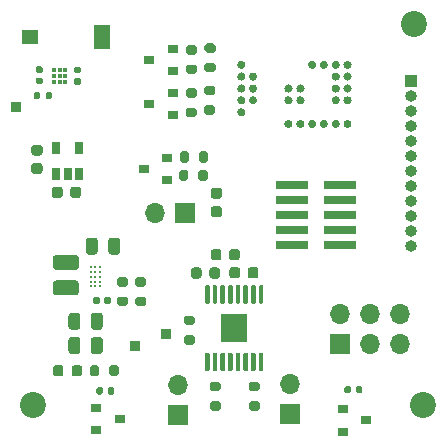
<source format=gbr>
%TF.GenerationSoftware,KiCad,Pcbnew,(5.1.9)-1*%
%TF.CreationDate,2021-03-26T18:59:29+01:00*%
%TF.ProjectId,DotBot,446f7442-6f74-42e6-9b69-6361645f7063,rev?*%
%TF.SameCoordinates,Original*%
%TF.FileFunction,Soldermask,Top*%
%TF.FilePolarity,Negative*%
%FSLAX46Y46*%
G04 Gerber Fmt 4.6, Leading zero omitted, Abs format (unit mm)*
G04 Created by KiCad (PCBNEW (5.1.9)-1) date 2021-03-26 18:59:29*
%MOMM*%
%LPD*%
G01*
G04 APERTURE LIST*
%ADD10O,1.000000X1.000000*%
%ADD11R,1.000000X1.000000*%
%ADD12O,1.700000X1.700000*%
%ADD13R,1.700000X1.700000*%
%ADD14C,2.200000*%
%ADD15R,0.850000X0.850000*%
%ADD16R,2.790000X0.740000*%
%ADD17C,0.400000*%
%ADD18R,1.400000X1.200000*%
%ADD19R,1.400000X2.000000*%
%ADD20R,0.900000X0.800000*%
%ADD21R,2.310000X2.460000*%
%ADD22R,0.650000X1.060000*%
%ADD23C,0.290000*%
G04 APERTURE END LIST*
D10*
%TO.C,J5*%
X110500000Y-65070000D03*
X110500000Y-63800000D03*
X110500000Y-62530000D03*
X110500000Y-61260000D03*
X110500000Y-59990000D03*
X110500000Y-58720000D03*
X110500000Y-57450000D03*
X110500000Y-56180000D03*
X110500000Y-54910000D03*
X110500000Y-53640000D03*
X110500000Y-52370000D03*
D11*
X110500000Y-51100000D03*
%TD*%
D12*
%TO.C,J6*%
X109580000Y-70760000D03*
X109580000Y-73300000D03*
X107040000Y-70760000D03*
X107040000Y-73300000D03*
X104500000Y-70760000D03*
D13*
X104500000Y-73300000D03*
%TD*%
D14*
%TO.C,REF\u002A\u002A*%
X78500000Y-78500000D03*
%TD*%
%TO.C,REF\u002A\u002A*%
X111500000Y-78500000D03*
%TD*%
%TO.C,REF\u002A\u002A*%
X110700000Y-46200000D03*
%TD*%
%TO.C,C7*%
G36*
G01*
X95100000Y-67550000D02*
X95100000Y-67050000D01*
G75*
G02*
X95325000Y-66825000I225000J0D01*
G01*
X95775000Y-66825000D01*
G75*
G02*
X96000000Y-67050000I0J-225000D01*
G01*
X96000000Y-67550000D01*
G75*
G02*
X95775000Y-67775000I-225000J0D01*
G01*
X95325000Y-67775000D01*
G75*
G02*
X95100000Y-67550000I0J225000D01*
G01*
G37*
G36*
G01*
X96650000Y-67550000D02*
X96650000Y-67050000D01*
G75*
G02*
X96875000Y-66825000I225000J0D01*
G01*
X97325000Y-66825000D01*
G75*
G02*
X97550000Y-67050000I0J-225000D01*
G01*
X97550000Y-67550000D01*
G75*
G02*
X97325000Y-67775000I-225000J0D01*
G01*
X96875000Y-67775000D01*
G75*
G02*
X96650000Y-67550000I0J225000D01*
G01*
G37*
%TD*%
D12*
%TO.C,J2*%
X100200000Y-76760000D03*
D13*
X100200000Y-79300000D03*
%TD*%
%TO.C,C14*%
G36*
G01*
X93750000Y-61675000D02*
X94250000Y-61675000D01*
G75*
G02*
X94475000Y-61900000I0J-225000D01*
G01*
X94475000Y-62350000D01*
G75*
G02*
X94250000Y-62575000I-225000J0D01*
G01*
X93750000Y-62575000D01*
G75*
G02*
X93525000Y-62350000I0J225000D01*
G01*
X93525000Y-61900000D01*
G75*
G02*
X93750000Y-61675000I225000J0D01*
G01*
G37*
G36*
G01*
X93750000Y-60125000D02*
X94250000Y-60125000D01*
G75*
G02*
X94475000Y-60350000I0J-225000D01*
G01*
X94475000Y-60800000D01*
G75*
G02*
X94250000Y-61025000I-225000J0D01*
G01*
X93750000Y-61025000D01*
G75*
G02*
X93525000Y-60800000I0J225000D01*
G01*
X93525000Y-60350000D01*
G75*
G02*
X93750000Y-60125000I225000J0D01*
G01*
G37*
%TD*%
D15*
%TO.C,TP3*%
X77000000Y-53300000D03*
%TD*%
%TO.C,TP2*%
X87100000Y-73500000D03*
%TD*%
%TO.C,TP1*%
X89700000Y-72500000D03*
%TD*%
%TO.C,R13*%
G36*
G01*
X84075000Y-75325000D02*
X84075000Y-75875000D01*
G75*
G02*
X83875000Y-76075000I-200000J0D01*
G01*
X83475000Y-76075000D01*
G75*
G02*
X83275000Y-75875000I0J200000D01*
G01*
X83275000Y-75325000D01*
G75*
G02*
X83475000Y-75125000I200000J0D01*
G01*
X83875000Y-75125000D01*
G75*
G02*
X84075000Y-75325000I0J-200000D01*
G01*
G37*
G36*
G01*
X85725000Y-75325000D02*
X85725000Y-75875000D01*
G75*
G02*
X85525000Y-76075000I-200000J0D01*
G01*
X85125000Y-76075000D01*
G75*
G02*
X84925000Y-75875000I0J200000D01*
G01*
X84925000Y-75325000D01*
G75*
G02*
X85125000Y-75125000I200000J0D01*
G01*
X85525000Y-75125000D01*
G75*
G02*
X85725000Y-75325000I0J-200000D01*
G01*
G37*
%TD*%
%TO.C,D2*%
G36*
G01*
X81750000Y-75856250D02*
X81750000Y-75343750D01*
G75*
G02*
X81968750Y-75125000I218750J0D01*
G01*
X82406250Y-75125000D01*
G75*
G02*
X82625000Y-75343750I0J-218750D01*
G01*
X82625000Y-75856250D01*
G75*
G02*
X82406250Y-76075000I-218750J0D01*
G01*
X81968750Y-76075000D01*
G75*
G02*
X81750000Y-75856250I0J218750D01*
G01*
G37*
G36*
G01*
X80175000Y-75856250D02*
X80175000Y-75343750D01*
G75*
G02*
X80393750Y-75125000I218750J0D01*
G01*
X80831250Y-75125000D01*
G75*
G02*
X81050000Y-75343750I0J-218750D01*
G01*
X81050000Y-75856250D01*
G75*
G02*
X80831250Y-76075000I-218750J0D01*
G01*
X80393750Y-76075000D01*
G75*
G02*
X80175000Y-75856250I0J218750D01*
G01*
G37*
%TD*%
D16*
%TO.C,J3*%
X100365000Y-59860000D03*
X104435000Y-59860000D03*
X100365000Y-61130000D03*
X104435000Y-61130000D03*
X100365000Y-62400000D03*
X104435000Y-62400000D03*
X100365000Y-63670000D03*
X104435000Y-63670000D03*
X100365000Y-64940000D03*
X104435000Y-64940000D03*
%TD*%
D12*
%TO.C,J4*%
X88822000Y-62226000D03*
D13*
X91362000Y-62226000D03*
%TD*%
D12*
%TO.C,J1*%
X90750000Y-76810000D03*
D13*
X90750000Y-79350000D03*
%TD*%
D17*
%TO.C,U4*%
X81212000Y-51120000D03*
X80712000Y-51120000D03*
X80212000Y-51120000D03*
X80212000Y-50620000D03*
X81212000Y-50620000D03*
X81212000Y-50120000D03*
X80212000Y-50120000D03*
X80712000Y-50120000D03*
X80712000Y-50620000D03*
%TD*%
%TO.C,C1*%
G36*
G01*
X82066000Y-49860000D02*
X82406000Y-49860000D01*
G75*
G02*
X82546000Y-50000000I0J-140000D01*
G01*
X82546000Y-50280000D01*
G75*
G02*
X82406000Y-50420000I-140000J0D01*
G01*
X82066000Y-50420000D01*
G75*
G02*
X81926000Y-50280000I0J140000D01*
G01*
X81926000Y-50000000D01*
G75*
G02*
X82066000Y-49860000I140000J0D01*
G01*
G37*
G36*
G01*
X82066000Y-50820000D02*
X82406000Y-50820000D01*
G75*
G02*
X82546000Y-50960000I0J-140000D01*
G01*
X82546000Y-51240000D01*
G75*
G02*
X82406000Y-51380000I-140000J0D01*
G01*
X82066000Y-51380000D01*
G75*
G02*
X81926000Y-51240000I0J140000D01*
G01*
X81926000Y-50960000D01*
G75*
G02*
X82066000Y-50820000I140000J0D01*
G01*
G37*
%TD*%
%TO.C,C2*%
G36*
G01*
X79170000Y-50380000D02*
X78830000Y-50380000D01*
G75*
G02*
X78690000Y-50240000I0J140000D01*
G01*
X78690000Y-49960000D01*
G75*
G02*
X78830000Y-49820000I140000J0D01*
G01*
X79170000Y-49820000D01*
G75*
G02*
X79310000Y-49960000I0J-140000D01*
G01*
X79310000Y-50240000D01*
G75*
G02*
X79170000Y-50380000I-140000J0D01*
G01*
G37*
G36*
G01*
X79170000Y-51340000D02*
X78830000Y-51340000D01*
G75*
G02*
X78690000Y-51200000I0J140000D01*
G01*
X78690000Y-50920000D01*
G75*
G02*
X78830000Y-50780000I140000J0D01*
G01*
X79170000Y-50780000D01*
G75*
G02*
X79310000Y-50920000I0J-140000D01*
G01*
X79310000Y-51200000D01*
G75*
G02*
X79170000Y-51340000I-140000J0D01*
G01*
G37*
%TD*%
%TO.C,C3*%
G36*
G01*
X83840000Y-77470000D02*
X83840000Y-77130000D01*
G75*
G02*
X83980000Y-76990000I140000J0D01*
G01*
X84260000Y-76990000D01*
G75*
G02*
X84400000Y-77130000I0J-140000D01*
G01*
X84400000Y-77470000D01*
G75*
G02*
X84260000Y-77610000I-140000J0D01*
G01*
X83980000Y-77610000D01*
G75*
G02*
X83840000Y-77470000I0J140000D01*
G01*
G37*
G36*
G01*
X84800000Y-77470000D02*
X84800000Y-77130000D01*
G75*
G02*
X84940000Y-76990000I140000J0D01*
G01*
X85220000Y-76990000D01*
G75*
G02*
X85360000Y-77130000I0J-140000D01*
G01*
X85360000Y-77470000D01*
G75*
G02*
X85220000Y-77610000I-140000J0D01*
G01*
X84940000Y-77610000D01*
G75*
G02*
X84800000Y-77470000I0J140000D01*
G01*
G37*
%TD*%
%TO.C,C4*%
G36*
G01*
X105800000Y-77370000D02*
X105800000Y-77030000D01*
G75*
G02*
X105940000Y-76890000I140000J0D01*
G01*
X106220000Y-76890000D01*
G75*
G02*
X106360000Y-77030000I0J-140000D01*
G01*
X106360000Y-77370000D01*
G75*
G02*
X106220000Y-77510000I-140000J0D01*
G01*
X105940000Y-77510000D01*
G75*
G02*
X105800000Y-77370000I0J140000D01*
G01*
G37*
G36*
G01*
X104840000Y-77370000D02*
X104840000Y-77030000D01*
G75*
G02*
X104980000Y-76890000I140000J0D01*
G01*
X105260000Y-76890000D01*
G75*
G02*
X105400000Y-77030000I0J-140000D01*
G01*
X105400000Y-77370000D01*
G75*
G02*
X105260000Y-77510000I-140000J0D01*
G01*
X104980000Y-77510000D01*
G75*
G02*
X104840000Y-77370000I0J140000D01*
G01*
G37*
%TD*%
%TO.C,C5*%
G36*
G01*
X95975000Y-65525000D02*
X95975000Y-66025000D01*
G75*
G02*
X95750000Y-66250000I-225000J0D01*
G01*
X95300000Y-66250000D01*
G75*
G02*
X95075000Y-66025000I0J225000D01*
G01*
X95075000Y-65525000D01*
G75*
G02*
X95300000Y-65300000I225000J0D01*
G01*
X95750000Y-65300000D01*
G75*
G02*
X95975000Y-65525000I0J-225000D01*
G01*
G37*
G36*
G01*
X94425000Y-65525000D02*
X94425000Y-66025000D01*
G75*
G02*
X94200000Y-66250000I-225000J0D01*
G01*
X93750000Y-66250000D01*
G75*
G02*
X93525000Y-66025000I0J225000D01*
G01*
X93525000Y-65525000D01*
G75*
G02*
X93750000Y-65300000I225000J0D01*
G01*
X94200000Y-65300000D01*
G75*
G02*
X94425000Y-65525000I0J-225000D01*
G01*
G37*
%TD*%
%TO.C,C6*%
G36*
G01*
X92750000Y-67075000D02*
X92750000Y-67575000D01*
G75*
G02*
X92525000Y-67800000I-225000J0D01*
G01*
X92075000Y-67800000D01*
G75*
G02*
X91850000Y-67575000I0J225000D01*
G01*
X91850000Y-67075000D01*
G75*
G02*
X92075000Y-66850000I225000J0D01*
G01*
X92525000Y-66850000D01*
G75*
G02*
X92750000Y-67075000I0J-225000D01*
G01*
G37*
G36*
G01*
X94300000Y-67075000D02*
X94300000Y-67575000D01*
G75*
G02*
X94075000Y-67800000I-225000J0D01*
G01*
X93625000Y-67800000D01*
G75*
G02*
X93400000Y-67575000I0J225000D01*
G01*
X93400000Y-67075000D01*
G75*
G02*
X93625000Y-66850000I225000J0D01*
G01*
X94075000Y-66850000D01*
G75*
G02*
X94300000Y-67075000I0J-225000D01*
G01*
G37*
%TD*%
%TO.C,C8*%
G36*
G01*
X82470000Y-72985000D02*
X82470000Y-73935000D01*
G75*
G02*
X82220000Y-74185000I-250000J0D01*
G01*
X81720000Y-74185000D01*
G75*
G02*
X81470000Y-73935000I0J250000D01*
G01*
X81470000Y-72985000D01*
G75*
G02*
X81720000Y-72735000I250000J0D01*
G01*
X82220000Y-72735000D01*
G75*
G02*
X82470000Y-72985000I0J-250000D01*
G01*
G37*
G36*
G01*
X84370000Y-72985000D02*
X84370000Y-73935000D01*
G75*
G02*
X84120000Y-74185000I-250000J0D01*
G01*
X83620000Y-74185000D01*
G75*
G02*
X83370000Y-73935000I0J250000D01*
G01*
X83370000Y-72985000D01*
G75*
G02*
X83620000Y-72735000I250000J0D01*
G01*
X84120000Y-72735000D01*
G75*
G02*
X84370000Y-72985000I0J-250000D01*
G01*
G37*
%TD*%
%TO.C,C9*%
G36*
G01*
X84370000Y-70935000D02*
X84370000Y-71885000D01*
G75*
G02*
X84120000Y-72135000I-250000J0D01*
G01*
X83620000Y-72135000D01*
G75*
G02*
X83370000Y-71885000I0J250000D01*
G01*
X83370000Y-70935000D01*
G75*
G02*
X83620000Y-70685000I250000J0D01*
G01*
X84120000Y-70685000D01*
G75*
G02*
X84370000Y-70935000I0J-250000D01*
G01*
G37*
G36*
G01*
X82470000Y-70935000D02*
X82470000Y-71885000D01*
G75*
G02*
X82220000Y-72135000I-250000J0D01*
G01*
X81720000Y-72135000D01*
G75*
G02*
X81470000Y-71885000I0J250000D01*
G01*
X81470000Y-70935000D01*
G75*
G02*
X81720000Y-70685000I250000J0D01*
G01*
X82220000Y-70685000D01*
G75*
G02*
X82470000Y-70935000I0J-250000D01*
G01*
G37*
%TD*%
%TO.C,C10*%
G36*
G01*
X83540000Y-69820000D02*
X83540000Y-69480000D01*
G75*
G02*
X83680000Y-69340000I140000J0D01*
G01*
X83960000Y-69340000D01*
G75*
G02*
X84100000Y-69480000I0J-140000D01*
G01*
X84100000Y-69820000D01*
G75*
G02*
X83960000Y-69960000I-140000J0D01*
G01*
X83680000Y-69960000D01*
G75*
G02*
X83540000Y-69820000I0J140000D01*
G01*
G37*
G36*
G01*
X84500000Y-69820000D02*
X84500000Y-69480000D01*
G75*
G02*
X84640000Y-69340000I140000J0D01*
G01*
X84920000Y-69340000D01*
G75*
G02*
X85060000Y-69480000I0J-140000D01*
G01*
X85060000Y-69820000D01*
G75*
G02*
X84920000Y-69960000I-140000J0D01*
G01*
X84640000Y-69960000D01*
G75*
G02*
X84500000Y-69820000I0J140000D01*
G01*
G37*
%TD*%
%TO.C,C11*%
G36*
G01*
X78550000Y-58025000D02*
X79050000Y-58025000D01*
G75*
G02*
X79275000Y-58250000I0J-225000D01*
G01*
X79275000Y-58700000D01*
G75*
G02*
X79050000Y-58925000I-225000J0D01*
G01*
X78550000Y-58925000D01*
G75*
G02*
X78325000Y-58700000I0J225000D01*
G01*
X78325000Y-58250000D01*
G75*
G02*
X78550000Y-58025000I225000J0D01*
G01*
G37*
G36*
G01*
X78550000Y-56475000D02*
X79050000Y-56475000D01*
G75*
G02*
X79275000Y-56700000I0J-225000D01*
G01*
X79275000Y-57150000D01*
G75*
G02*
X79050000Y-57375000I-225000J0D01*
G01*
X78550000Y-57375000D01*
G75*
G02*
X78325000Y-57150000I0J225000D01*
G01*
X78325000Y-56700000D01*
G75*
G02*
X78550000Y-56475000I225000J0D01*
G01*
G37*
%TD*%
%TO.C,C12*%
G36*
G01*
X80075000Y-60750000D02*
X80075000Y-60250000D01*
G75*
G02*
X80300000Y-60025000I225000J0D01*
G01*
X80750000Y-60025000D01*
G75*
G02*
X80975000Y-60250000I0J-225000D01*
G01*
X80975000Y-60750000D01*
G75*
G02*
X80750000Y-60975000I-225000J0D01*
G01*
X80300000Y-60975000D01*
G75*
G02*
X80075000Y-60750000I0J225000D01*
G01*
G37*
G36*
G01*
X81625000Y-60750000D02*
X81625000Y-60250000D01*
G75*
G02*
X81850000Y-60025000I225000J0D01*
G01*
X82300000Y-60025000D01*
G75*
G02*
X82525000Y-60250000I0J-225000D01*
G01*
X82525000Y-60750000D01*
G75*
G02*
X82300000Y-60975000I-225000J0D01*
G01*
X81850000Y-60975000D01*
G75*
G02*
X81625000Y-60750000I0J225000D01*
G01*
G37*
%TD*%
%TO.C,C13*%
G36*
G01*
X85850000Y-64575000D02*
X85850000Y-65525000D01*
G75*
G02*
X85600000Y-65775000I-250000J0D01*
G01*
X85100000Y-65775000D01*
G75*
G02*
X84850000Y-65525000I0J250000D01*
G01*
X84850000Y-64575000D01*
G75*
G02*
X85100000Y-64325000I250000J0D01*
G01*
X85600000Y-64325000D01*
G75*
G02*
X85850000Y-64575000I0J-250000D01*
G01*
G37*
G36*
G01*
X83950000Y-64575000D02*
X83950000Y-65525000D01*
G75*
G02*
X83700000Y-65775000I-250000J0D01*
G01*
X83200000Y-65775000D01*
G75*
G02*
X82950000Y-65525000I0J250000D01*
G01*
X82950000Y-64575000D01*
G75*
G02*
X83200000Y-64325000I250000J0D01*
G01*
X83700000Y-64325000D01*
G75*
G02*
X83950000Y-64575000I0J-250000D01*
G01*
G37*
%TD*%
D18*
%TO.C,D1*%
X78200000Y-47300000D03*
D19*
X84300000Y-47300000D03*
%TD*%
%TO.C,L1*%
G36*
G01*
X82100000Y-69200000D02*
X80400000Y-69200000D01*
G75*
G02*
X80150000Y-68950000I0J250000D01*
G01*
X80150000Y-68200000D01*
G75*
G02*
X80400000Y-67950000I250000J0D01*
G01*
X82100000Y-67950000D01*
G75*
G02*
X82350000Y-68200000I0J-250000D01*
G01*
X82350000Y-68950000D01*
G75*
G02*
X82100000Y-69200000I-250000J0D01*
G01*
G37*
G36*
G01*
X82100000Y-67050000D02*
X80400000Y-67050000D01*
G75*
G02*
X80150000Y-66800000I0J250000D01*
G01*
X80150000Y-66050000D01*
G75*
G02*
X80400000Y-65800000I250000J0D01*
G01*
X82100000Y-65800000D01*
G75*
G02*
X82350000Y-66050000I0J-250000D01*
G01*
X82350000Y-66800000D01*
G75*
G02*
X82100000Y-67050000I-250000J0D01*
G01*
G37*
%TD*%
D20*
%TO.C,Q1*%
X90316000Y-53944000D03*
X90316000Y-52044000D03*
X88316000Y-52994000D03*
%TD*%
%TO.C,Q2*%
X90316000Y-50250000D03*
X90316000Y-48350000D03*
X88316000Y-49300000D03*
%TD*%
%TO.C,Q4*%
X89850000Y-59450000D03*
X89850000Y-57550000D03*
X87850000Y-58500000D03*
%TD*%
%TO.C,R1*%
G36*
G01*
X91975000Y-71725000D02*
X91425000Y-71725000D01*
G75*
G02*
X91225000Y-71525000I0J200000D01*
G01*
X91225000Y-71125000D01*
G75*
G02*
X91425000Y-70925000I200000J0D01*
G01*
X91975000Y-70925000D01*
G75*
G02*
X92175000Y-71125000I0J-200000D01*
G01*
X92175000Y-71525000D01*
G75*
G02*
X91975000Y-71725000I-200000J0D01*
G01*
G37*
G36*
G01*
X91975000Y-73375000D02*
X91425000Y-73375000D01*
G75*
G02*
X91225000Y-73175000I0J200000D01*
G01*
X91225000Y-72775000D01*
G75*
G02*
X91425000Y-72575000I200000J0D01*
G01*
X91975000Y-72575000D01*
G75*
G02*
X92175000Y-72775000I0J-200000D01*
G01*
X92175000Y-73175000D01*
G75*
G02*
X91975000Y-73375000I-200000J0D01*
G01*
G37*
%TD*%
%TO.C,R2*%
G36*
G01*
X78520000Y-52485000D02*
X78520000Y-52115000D01*
G75*
G02*
X78655000Y-51980000I135000J0D01*
G01*
X78925000Y-51980000D01*
G75*
G02*
X79060000Y-52115000I0J-135000D01*
G01*
X79060000Y-52485000D01*
G75*
G02*
X78925000Y-52620000I-135000J0D01*
G01*
X78655000Y-52620000D01*
G75*
G02*
X78520000Y-52485000I0J135000D01*
G01*
G37*
G36*
G01*
X79540000Y-52485000D02*
X79540000Y-52115000D01*
G75*
G02*
X79675000Y-51980000I135000J0D01*
G01*
X79945000Y-51980000D01*
G75*
G02*
X80080000Y-52115000I0J-135000D01*
G01*
X80080000Y-52485000D01*
G75*
G02*
X79945000Y-52620000I-135000J0D01*
G01*
X79675000Y-52620000D01*
G75*
G02*
X79540000Y-52485000I0J135000D01*
G01*
G37*
%TD*%
%TO.C,R3*%
G36*
G01*
X97475000Y-78975000D02*
X96925000Y-78975000D01*
G75*
G02*
X96725000Y-78775000I0J200000D01*
G01*
X96725000Y-78375000D01*
G75*
G02*
X96925000Y-78175000I200000J0D01*
G01*
X97475000Y-78175000D01*
G75*
G02*
X97675000Y-78375000I0J-200000D01*
G01*
X97675000Y-78775000D01*
G75*
G02*
X97475000Y-78975000I-200000J0D01*
G01*
G37*
G36*
G01*
X97475000Y-77325000D02*
X96925000Y-77325000D01*
G75*
G02*
X96725000Y-77125000I0J200000D01*
G01*
X96725000Y-76725000D01*
G75*
G02*
X96925000Y-76525000I200000J0D01*
G01*
X97475000Y-76525000D01*
G75*
G02*
X97675000Y-76725000I0J-200000D01*
G01*
X97675000Y-77125000D01*
G75*
G02*
X97475000Y-77325000I-200000J0D01*
G01*
G37*
%TD*%
%TO.C,R4*%
G36*
G01*
X94175000Y-77325000D02*
X93625000Y-77325000D01*
G75*
G02*
X93425000Y-77125000I0J200000D01*
G01*
X93425000Y-76725000D01*
G75*
G02*
X93625000Y-76525000I200000J0D01*
G01*
X94175000Y-76525000D01*
G75*
G02*
X94375000Y-76725000I0J-200000D01*
G01*
X94375000Y-77125000D01*
G75*
G02*
X94175000Y-77325000I-200000J0D01*
G01*
G37*
G36*
G01*
X94175000Y-78975000D02*
X93625000Y-78975000D01*
G75*
G02*
X93425000Y-78775000I0J200000D01*
G01*
X93425000Y-78375000D01*
G75*
G02*
X93625000Y-78175000I200000J0D01*
G01*
X94175000Y-78175000D01*
G75*
G02*
X94375000Y-78375000I0J-200000D01*
G01*
X94375000Y-78775000D01*
G75*
G02*
X94175000Y-78975000I-200000J0D01*
G01*
G37*
%TD*%
%TO.C,R5*%
G36*
G01*
X93155000Y-51475000D02*
X93705000Y-51475000D01*
G75*
G02*
X93905000Y-51675000I0J-200000D01*
G01*
X93905000Y-52075000D01*
G75*
G02*
X93705000Y-52275000I-200000J0D01*
G01*
X93155000Y-52275000D01*
G75*
G02*
X92955000Y-52075000I0J200000D01*
G01*
X92955000Y-51675000D01*
G75*
G02*
X93155000Y-51475000I200000J0D01*
G01*
G37*
G36*
G01*
X93155000Y-53125000D02*
X93705000Y-53125000D01*
G75*
G02*
X93905000Y-53325000I0J-200000D01*
G01*
X93905000Y-53725000D01*
G75*
G02*
X93705000Y-53925000I-200000J0D01*
G01*
X93155000Y-53925000D01*
G75*
G02*
X92955000Y-53725000I0J200000D01*
G01*
X92955000Y-53325000D01*
G75*
G02*
X93155000Y-53125000I200000J0D01*
G01*
G37*
%TD*%
%TO.C,R6*%
G36*
G01*
X93185000Y-47875000D02*
X93735000Y-47875000D01*
G75*
G02*
X93935000Y-48075000I0J-200000D01*
G01*
X93935000Y-48475000D01*
G75*
G02*
X93735000Y-48675000I-200000J0D01*
G01*
X93185000Y-48675000D01*
G75*
G02*
X92985000Y-48475000I0J200000D01*
G01*
X92985000Y-48075000D01*
G75*
G02*
X93185000Y-47875000I200000J0D01*
G01*
G37*
G36*
G01*
X93185000Y-49525000D02*
X93735000Y-49525000D01*
G75*
G02*
X93935000Y-49725000I0J-200000D01*
G01*
X93935000Y-50125000D01*
G75*
G02*
X93735000Y-50325000I-200000J0D01*
G01*
X93185000Y-50325000D01*
G75*
G02*
X92985000Y-50125000I0J200000D01*
G01*
X92985000Y-49725000D01*
G75*
G02*
X93185000Y-49525000I200000J0D01*
G01*
G37*
%TD*%
%TO.C,R7*%
G36*
G01*
X92135000Y-52485000D02*
X91585000Y-52485000D01*
G75*
G02*
X91385000Y-52285000I0J200000D01*
G01*
X91385000Y-51885000D01*
G75*
G02*
X91585000Y-51685000I200000J0D01*
G01*
X92135000Y-51685000D01*
G75*
G02*
X92335000Y-51885000I0J-200000D01*
G01*
X92335000Y-52285000D01*
G75*
G02*
X92135000Y-52485000I-200000J0D01*
G01*
G37*
G36*
G01*
X92135000Y-54135000D02*
X91585000Y-54135000D01*
G75*
G02*
X91385000Y-53935000I0J200000D01*
G01*
X91385000Y-53535000D01*
G75*
G02*
X91585000Y-53335000I200000J0D01*
G01*
X92135000Y-53335000D01*
G75*
G02*
X92335000Y-53535000I0J-200000D01*
G01*
X92335000Y-53935000D01*
G75*
G02*
X92135000Y-54135000I-200000J0D01*
G01*
G37*
%TD*%
%TO.C,R8*%
G36*
G01*
X92165000Y-48835000D02*
X91615000Y-48835000D01*
G75*
G02*
X91415000Y-48635000I0J200000D01*
G01*
X91415000Y-48235000D01*
G75*
G02*
X91615000Y-48035000I200000J0D01*
G01*
X92165000Y-48035000D01*
G75*
G02*
X92365000Y-48235000I0J-200000D01*
G01*
X92365000Y-48635000D01*
G75*
G02*
X92165000Y-48835000I-200000J0D01*
G01*
G37*
G36*
G01*
X92165000Y-50485000D02*
X91615000Y-50485000D01*
G75*
G02*
X91415000Y-50285000I0J200000D01*
G01*
X91415000Y-49885000D01*
G75*
G02*
X91615000Y-49685000I200000J0D01*
G01*
X92165000Y-49685000D01*
G75*
G02*
X92365000Y-49885000I0J-200000D01*
G01*
X92365000Y-50285000D01*
G75*
G02*
X92165000Y-50485000I-200000J0D01*
G01*
G37*
%TD*%
%TO.C,R9*%
G36*
G01*
X86325000Y-70125000D02*
X85775000Y-70125000D01*
G75*
G02*
X85575000Y-69925000I0J200000D01*
G01*
X85575000Y-69525000D01*
G75*
G02*
X85775000Y-69325000I200000J0D01*
G01*
X86325000Y-69325000D01*
G75*
G02*
X86525000Y-69525000I0J-200000D01*
G01*
X86525000Y-69925000D01*
G75*
G02*
X86325000Y-70125000I-200000J0D01*
G01*
G37*
G36*
G01*
X86325000Y-68475000D02*
X85775000Y-68475000D01*
G75*
G02*
X85575000Y-68275000I0J200000D01*
G01*
X85575000Y-67875000D01*
G75*
G02*
X85775000Y-67675000I200000J0D01*
G01*
X86325000Y-67675000D01*
G75*
G02*
X86525000Y-67875000I0J-200000D01*
G01*
X86525000Y-68275000D01*
G75*
G02*
X86325000Y-68475000I-200000J0D01*
G01*
G37*
%TD*%
%TO.C,R10*%
G36*
G01*
X87325000Y-69325000D02*
X87875000Y-69325000D01*
G75*
G02*
X88075000Y-69525000I0J-200000D01*
G01*
X88075000Y-69925000D01*
G75*
G02*
X87875000Y-70125000I-200000J0D01*
G01*
X87325000Y-70125000D01*
G75*
G02*
X87125000Y-69925000I0J200000D01*
G01*
X87125000Y-69525000D01*
G75*
G02*
X87325000Y-69325000I200000J0D01*
G01*
G37*
G36*
G01*
X87325000Y-67675000D02*
X87875000Y-67675000D01*
G75*
G02*
X88075000Y-67875000I0J-200000D01*
G01*
X88075000Y-68275000D01*
G75*
G02*
X87875000Y-68475000I-200000J0D01*
G01*
X87325000Y-68475000D01*
G75*
G02*
X87125000Y-68275000I0J200000D01*
G01*
X87125000Y-67875000D01*
G75*
G02*
X87325000Y-67675000I200000J0D01*
G01*
G37*
%TD*%
%TO.C,R11*%
G36*
G01*
X90875000Y-57775000D02*
X90875000Y-57225000D01*
G75*
G02*
X91075000Y-57025000I200000J0D01*
G01*
X91475000Y-57025000D01*
G75*
G02*
X91675000Y-57225000I0J-200000D01*
G01*
X91675000Y-57775000D01*
G75*
G02*
X91475000Y-57975000I-200000J0D01*
G01*
X91075000Y-57975000D01*
G75*
G02*
X90875000Y-57775000I0J200000D01*
G01*
G37*
G36*
G01*
X92525000Y-57775000D02*
X92525000Y-57225000D01*
G75*
G02*
X92725000Y-57025000I200000J0D01*
G01*
X93125000Y-57025000D01*
G75*
G02*
X93325000Y-57225000I0J-200000D01*
G01*
X93325000Y-57775000D01*
G75*
G02*
X93125000Y-57975000I-200000J0D01*
G01*
X92725000Y-57975000D01*
G75*
G02*
X92525000Y-57775000I0J200000D01*
G01*
G37*
%TD*%
%TO.C,R12*%
G36*
G01*
X93275000Y-58775000D02*
X93275000Y-59325000D01*
G75*
G02*
X93075000Y-59525000I-200000J0D01*
G01*
X92675000Y-59525000D01*
G75*
G02*
X92475000Y-59325000I0J200000D01*
G01*
X92475000Y-58775000D01*
G75*
G02*
X92675000Y-58575000I200000J0D01*
G01*
X93075000Y-58575000D01*
G75*
G02*
X93275000Y-58775000I0J-200000D01*
G01*
G37*
G36*
G01*
X91625000Y-58775000D02*
X91625000Y-59325000D01*
G75*
G02*
X91425000Y-59525000I-200000J0D01*
G01*
X91025000Y-59525000D01*
G75*
G02*
X90825000Y-59325000I0J200000D01*
G01*
X90825000Y-58775000D01*
G75*
G02*
X91025000Y-58575000I200000J0D01*
G01*
X91425000Y-58575000D01*
G75*
G02*
X91625000Y-58775000I0J-200000D01*
G01*
G37*
%TD*%
%TO.C,U1*%
X85800000Y-79700000D03*
X83800000Y-80650000D03*
X83800000Y-78750000D03*
%TD*%
%TO.C,U2*%
X106700000Y-79800000D03*
X104700000Y-80750000D03*
X104700000Y-78850000D03*
%TD*%
%TO.C,U3*%
G36*
G01*
X93325000Y-75650000D02*
X93125000Y-75650000D01*
G75*
G02*
X93025000Y-75550000I0J100000D01*
G01*
X93025000Y-74175000D01*
G75*
G02*
X93125000Y-74075000I100000J0D01*
G01*
X93325000Y-74075000D01*
G75*
G02*
X93425000Y-74175000I0J-100000D01*
G01*
X93425000Y-75550000D01*
G75*
G02*
X93325000Y-75650000I-100000J0D01*
G01*
G37*
G36*
G01*
X93975000Y-75650000D02*
X93775000Y-75650000D01*
G75*
G02*
X93675000Y-75550000I0J100000D01*
G01*
X93675000Y-74175000D01*
G75*
G02*
X93775000Y-74075000I100000J0D01*
G01*
X93975000Y-74075000D01*
G75*
G02*
X94075000Y-74175000I0J-100000D01*
G01*
X94075000Y-75550000D01*
G75*
G02*
X93975000Y-75650000I-100000J0D01*
G01*
G37*
G36*
G01*
X94625000Y-75650000D02*
X94425000Y-75650000D01*
G75*
G02*
X94325000Y-75550000I0J100000D01*
G01*
X94325000Y-74175000D01*
G75*
G02*
X94425000Y-74075000I100000J0D01*
G01*
X94625000Y-74075000D01*
G75*
G02*
X94725000Y-74175000I0J-100000D01*
G01*
X94725000Y-75550000D01*
G75*
G02*
X94625000Y-75650000I-100000J0D01*
G01*
G37*
G36*
G01*
X95275000Y-75650000D02*
X95075000Y-75650000D01*
G75*
G02*
X94975000Y-75550000I0J100000D01*
G01*
X94975000Y-74175000D01*
G75*
G02*
X95075000Y-74075000I100000J0D01*
G01*
X95275000Y-74075000D01*
G75*
G02*
X95375000Y-74175000I0J-100000D01*
G01*
X95375000Y-75550000D01*
G75*
G02*
X95275000Y-75650000I-100000J0D01*
G01*
G37*
G36*
G01*
X95925000Y-75650000D02*
X95725000Y-75650000D01*
G75*
G02*
X95625000Y-75550000I0J100000D01*
G01*
X95625000Y-74175000D01*
G75*
G02*
X95725000Y-74075000I100000J0D01*
G01*
X95925000Y-74075000D01*
G75*
G02*
X96025000Y-74175000I0J-100000D01*
G01*
X96025000Y-75550000D01*
G75*
G02*
X95925000Y-75650000I-100000J0D01*
G01*
G37*
G36*
G01*
X96575000Y-75650000D02*
X96375000Y-75650000D01*
G75*
G02*
X96275000Y-75550000I0J100000D01*
G01*
X96275000Y-74175000D01*
G75*
G02*
X96375000Y-74075000I100000J0D01*
G01*
X96575000Y-74075000D01*
G75*
G02*
X96675000Y-74175000I0J-100000D01*
G01*
X96675000Y-75550000D01*
G75*
G02*
X96575000Y-75650000I-100000J0D01*
G01*
G37*
G36*
G01*
X97225000Y-75650000D02*
X97025000Y-75650000D01*
G75*
G02*
X96925000Y-75550000I0J100000D01*
G01*
X96925000Y-74175000D01*
G75*
G02*
X97025000Y-74075000I100000J0D01*
G01*
X97225000Y-74075000D01*
G75*
G02*
X97325000Y-74175000I0J-100000D01*
G01*
X97325000Y-75550000D01*
G75*
G02*
X97225000Y-75650000I-100000J0D01*
G01*
G37*
G36*
G01*
X97875000Y-75650000D02*
X97675000Y-75650000D01*
G75*
G02*
X97575000Y-75550000I0J100000D01*
G01*
X97575000Y-74175000D01*
G75*
G02*
X97675000Y-74075000I100000J0D01*
G01*
X97875000Y-74075000D01*
G75*
G02*
X97975000Y-74175000I0J-100000D01*
G01*
X97975000Y-75550000D01*
G75*
G02*
X97875000Y-75650000I-100000J0D01*
G01*
G37*
G36*
G01*
X97875000Y-69925000D02*
X97675000Y-69925000D01*
G75*
G02*
X97575000Y-69825000I0J100000D01*
G01*
X97575000Y-68450000D01*
G75*
G02*
X97675000Y-68350000I100000J0D01*
G01*
X97875000Y-68350000D01*
G75*
G02*
X97975000Y-68450000I0J-100000D01*
G01*
X97975000Y-69825000D01*
G75*
G02*
X97875000Y-69925000I-100000J0D01*
G01*
G37*
G36*
G01*
X97225000Y-69925000D02*
X97025000Y-69925000D01*
G75*
G02*
X96925000Y-69825000I0J100000D01*
G01*
X96925000Y-68450000D01*
G75*
G02*
X97025000Y-68350000I100000J0D01*
G01*
X97225000Y-68350000D01*
G75*
G02*
X97325000Y-68450000I0J-100000D01*
G01*
X97325000Y-69825000D01*
G75*
G02*
X97225000Y-69925000I-100000J0D01*
G01*
G37*
G36*
G01*
X96575000Y-69925000D02*
X96375000Y-69925000D01*
G75*
G02*
X96275000Y-69825000I0J100000D01*
G01*
X96275000Y-68450000D01*
G75*
G02*
X96375000Y-68350000I100000J0D01*
G01*
X96575000Y-68350000D01*
G75*
G02*
X96675000Y-68450000I0J-100000D01*
G01*
X96675000Y-69825000D01*
G75*
G02*
X96575000Y-69925000I-100000J0D01*
G01*
G37*
G36*
G01*
X95925000Y-69925000D02*
X95725000Y-69925000D01*
G75*
G02*
X95625000Y-69825000I0J100000D01*
G01*
X95625000Y-68450000D01*
G75*
G02*
X95725000Y-68350000I100000J0D01*
G01*
X95925000Y-68350000D01*
G75*
G02*
X96025000Y-68450000I0J-100000D01*
G01*
X96025000Y-69825000D01*
G75*
G02*
X95925000Y-69925000I-100000J0D01*
G01*
G37*
G36*
G01*
X95275000Y-69925000D02*
X95075000Y-69925000D01*
G75*
G02*
X94975000Y-69825000I0J100000D01*
G01*
X94975000Y-68450000D01*
G75*
G02*
X95075000Y-68350000I100000J0D01*
G01*
X95275000Y-68350000D01*
G75*
G02*
X95375000Y-68450000I0J-100000D01*
G01*
X95375000Y-69825000D01*
G75*
G02*
X95275000Y-69925000I-100000J0D01*
G01*
G37*
G36*
G01*
X94625000Y-69925000D02*
X94425000Y-69925000D01*
G75*
G02*
X94325000Y-69825000I0J100000D01*
G01*
X94325000Y-68450000D01*
G75*
G02*
X94425000Y-68350000I100000J0D01*
G01*
X94625000Y-68350000D01*
G75*
G02*
X94725000Y-68450000I0J-100000D01*
G01*
X94725000Y-69825000D01*
G75*
G02*
X94625000Y-69925000I-100000J0D01*
G01*
G37*
G36*
G01*
X93975000Y-69925000D02*
X93775000Y-69925000D01*
G75*
G02*
X93675000Y-69825000I0J100000D01*
G01*
X93675000Y-68450000D01*
G75*
G02*
X93775000Y-68350000I100000J0D01*
G01*
X93975000Y-68350000D01*
G75*
G02*
X94075000Y-68450000I0J-100000D01*
G01*
X94075000Y-69825000D01*
G75*
G02*
X93975000Y-69925000I-100000J0D01*
G01*
G37*
G36*
G01*
X93325000Y-69925000D02*
X93125000Y-69925000D01*
G75*
G02*
X93025000Y-69825000I0J100000D01*
G01*
X93025000Y-68450000D01*
G75*
G02*
X93125000Y-68350000I100000J0D01*
G01*
X93325000Y-68350000D01*
G75*
G02*
X93425000Y-68450000I0J-100000D01*
G01*
X93425000Y-69825000D01*
G75*
G02*
X93325000Y-69925000I-100000J0D01*
G01*
G37*
D21*
X95500000Y-72000000D03*
%TD*%
%TO.C,U5*%
G36*
G01*
X95748600Y-49699400D02*
X95748600Y-49699400D01*
G75*
G02*
X96104200Y-49343800I355600J0D01*
G01*
X96104200Y-49343800D01*
G75*
G02*
X96459800Y-49699400I0J-355600D01*
G01*
X96459800Y-49699400D01*
G75*
G02*
X96104200Y-50055000I-355600J0D01*
G01*
X96104200Y-50055000D01*
G75*
G02*
X95748600Y-49699400I0J355600D01*
G01*
G37*
G36*
G01*
X95748600Y-50690000D02*
X95748600Y-50690000D01*
G75*
G02*
X96104200Y-50334400I355600J0D01*
G01*
X96104200Y-50334400D01*
G75*
G02*
X96459800Y-50690000I0J-355600D01*
G01*
X96459800Y-50690000D01*
G75*
G02*
X96104200Y-51045600I-355600J0D01*
G01*
X96104200Y-51045600D01*
G75*
G02*
X95748600Y-50690000I0J355600D01*
G01*
G37*
G36*
G01*
X95748600Y-51706000D02*
X95748600Y-51706000D01*
G75*
G02*
X96104200Y-51350400I355600J0D01*
G01*
X96104200Y-51350400D01*
G75*
G02*
X96459800Y-51706000I0J-355600D01*
G01*
X96459800Y-51706000D01*
G75*
G02*
X96104200Y-52061600I-355600J0D01*
G01*
X96104200Y-52061600D01*
G75*
G02*
X95748600Y-51706000I0J355600D01*
G01*
G37*
G36*
G01*
X95748600Y-52696600D02*
X95748600Y-52696600D01*
G75*
G02*
X96104200Y-52341000I355600J0D01*
G01*
X96104200Y-52341000D01*
G75*
G02*
X96459800Y-52696600I0J-355600D01*
G01*
X96459800Y-52696600D01*
G75*
G02*
X96104200Y-53052200I-355600J0D01*
G01*
X96104200Y-53052200D01*
G75*
G02*
X95748600Y-52696600I0J355600D01*
G01*
G37*
G36*
G01*
X95748600Y-53712600D02*
X95748600Y-53712600D01*
G75*
G02*
X96104200Y-53357000I355600J0D01*
G01*
X96104200Y-53357000D01*
G75*
G02*
X96459800Y-53712600I0J-355600D01*
G01*
X96459800Y-53712600D01*
G75*
G02*
X96104200Y-54068200I-355600J0D01*
G01*
X96104200Y-54068200D01*
G75*
G02*
X95748600Y-53712600I0J355600D01*
G01*
G37*
G36*
G01*
X96739200Y-50690000D02*
X96739200Y-50690000D01*
G75*
G02*
X97094800Y-50334400I355600J0D01*
G01*
X97094800Y-50334400D01*
G75*
G02*
X97450400Y-50690000I0J-355600D01*
G01*
X97450400Y-50690000D01*
G75*
G02*
X97094800Y-51045600I-355600J0D01*
G01*
X97094800Y-51045600D01*
G75*
G02*
X96739200Y-50690000I0J355600D01*
G01*
G37*
G36*
G01*
X96739200Y-51706000D02*
X96739200Y-51706000D01*
G75*
G02*
X97094800Y-51350400I355600J0D01*
G01*
X97094800Y-51350400D01*
G75*
G02*
X97450400Y-51706000I0J-355600D01*
G01*
X97450400Y-51706000D01*
G75*
G02*
X97094800Y-52061600I-355600J0D01*
G01*
X97094800Y-52061600D01*
G75*
G02*
X96739200Y-51706000I0J355600D01*
G01*
G37*
G36*
G01*
X96739200Y-52696600D02*
X96739200Y-52696600D01*
G75*
G02*
X97094800Y-52341000I355600J0D01*
G01*
X97094800Y-52341000D01*
G75*
G02*
X97450400Y-52696600I0J-355600D01*
G01*
X97450400Y-52696600D01*
G75*
G02*
X97094800Y-53052200I-355600J0D01*
G01*
X97094800Y-53052200D01*
G75*
G02*
X96739200Y-52696600I0J355600D01*
G01*
G37*
G36*
G01*
X99736400Y-54703200D02*
X99736400Y-54703200D01*
G75*
G02*
X100092000Y-54347600I355600J0D01*
G01*
X100092000Y-54347600D01*
G75*
G02*
X100447600Y-54703200I0J-355600D01*
G01*
X100447600Y-54703200D01*
G75*
G02*
X100092000Y-55058800I-355600J0D01*
G01*
X100092000Y-55058800D01*
G75*
G02*
X99736400Y-54703200I0J355600D01*
G01*
G37*
G36*
G01*
X100752400Y-54703200D02*
X100752400Y-54703200D01*
G75*
G02*
X101108000Y-54347600I355600J0D01*
G01*
X101108000Y-54347600D01*
G75*
G02*
X101463600Y-54703200I0J-355600D01*
G01*
X101463600Y-54703200D01*
G75*
G02*
X101108000Y-55058800I-355600J0D01*
G01*
X101108000Y-55058800D01*
G75*
G02*
X100752400Y-54703200I0J355600D01*
G01*
G37*
G36*
G01*
X101743000Y-54703200D02*
X101743000Y-54703200D01*
G75*
G02*
X102098600Y-54347600I355600J0D01*
G01*
X102098600Y-54347600D01*
G75*
G02*
X102454200Y-54703200I0J-355600D01*
G01*
X102454200Y-54703200D01*
G75*
G02*
X102098600Y-55058800I-355600J0D01*
G01*
X102098600Y-55058800D01*
G75*
G02*
X101743000Y-54703200I0J355600D01*
G01*
G37*
G36*
G01*
X102733600Y-54703200D02*
X102733600Y-54703200D01*
G75*
G02*
X103089200Y-54347600I355600J0D01*
G01*
X103089200Y-54347600D01*
G75*
G02*
X103444800Y-54703200I0J-355600D01*
G01*
X103444800Y-54703200D01*
G75*
G02*
X103089200Y-55058800I-355600J0D01*
G01*
X103089200Y-55058800D01*
G75*
G02*
X102733600Y-54703200I0J355600D01*
G01*
G37*
G36*
G01*
X103749600Y-54703200D02*
X103749600Y-54703200D01*
G75*
G02*
X104105200Y-54347600I355600J0D01*
G01*
X104105200Y-54347600D01*
G75*
G02*
X104460800Y-54703200I0J-355600D01*
G01*
X104460800Y-54703200D01*
G75*
G02*
X104105200Y-55058800I-355600J0D01*
G01*
X104105200Y-55058800D01*
G75*
G02*
X103749600Y-54703200I0J355600D01*
G01*
G37*
G36*
G01*
X104740200Y-54703200D02*
X104740200Y-54703200D01*
G75*
G02*
X105095800Y-54347600I355600J0D01*
G01*
X105095800Y-54347600D01*
G75*
G02*
X105451400Y-54703200I0J-355600D01*
G01*
X105451400Y-54703200D01*
G75*
G02*
X105095800Y-55058800I-355600J0D01*
G01*
X105095800Y-55058800D01*
G75*
G02*
X104740200Y-54703200I0J355600D01*
G01*
G37*
G36*
G01*
X104740200Y-52696600D02*
X104740200Y-52696600D01*
G75*
G02*
X105095800Y-52341000I355600J0D01*
G01*
X105095800Y-52341000D01*
G75*
G02*
X105451400Y-52696600I0J-355600D01*
G01*
X105451400Y-52696600D01*
G75*
G02*
X105095800Y-53052200I-355600J0D01*
G01*
X105095800Y-53052200D01*
G75*
G02*
X104740200Y-52696600I0J355600D01*
G01*
G37*
G36*
G01*
X104740200Y-51706000D02*
X104740200Y-51706000D01*
G75*
G02*
X105095800Y-51350400I355600J0D01*
G01*
X105095800Y-51350400D01*
G75*
G02*
X105451400Y-51706000I0J-355600D01*
G01*
X105451400Y-51706000D01*
G75*
G02*
X105095800Y-52061600I-355600J0D01*
G01*
X105095800Y-52061600D01*
G75*
G02*
X104740200Y-51706000I0J355600D01*
G01*
G37*
G36*
G01*
X104740200Y-50690000D02*
X104740200Y-50690000D01*
G75*
G02*
X105095800Y-50334400I355600J0D01*
G01*
X105095800Y-50334400D01*
G75*
G02*
X105451400Y-50690000I0J-355600D01*
G01*
X105451400Y-50690000D01*
G75*
G02*
X105095800Y-51045600I-355600J0D01*
G01*
X105095800Y-51045600D01*
G75*
G02*
X104740200Y-50690000I0J355600D01*
G01*
G37*
G36*
G01*
X104740200Y-49699400D02*
X104740200Y-49699400D01*
G75*
G02*
X105095800Y-49343800I355600J0D01*
G01*
X105095800Y-49343800D01*
G75*
G02*
X105451400Y-49699400I0J-355600D01*
G01*
X105451400Y-49699400D01*
G75*
G02*
X105095800Y-50055000I-355600J0D01*
G01*
X105095800Y-50055000D01*
G75*
G02*
X104740200Y-49699400I0J355600D01*
G01*
G37*
G36*
G01*
X103749600Y-52696600D02*
X103749600Y-52696600D01*
G75*
G02*
X104105200Y-52341000I355600J0D01*
G01*
X104105200Y-52341000D01*
G75*
G02*
X104460800Y-52696600I0J-355600D01*
G01*
X104460800Y-52696600D01*
G75*
G02*
X104105200Y-53052200I-355600J0D01*
G01*
X104105200Y-53052200D01*
G75*
G02*
X103749600Y-52696600I0J355600D01*
G01*
G37*
G36*
G01*
X103749600Y-51706000D02*
X103749600Y-51706000D01*
G75*
G02*
X104105200Y-51350400I355600J0D01*
G01*
X104105200Y-51350400D01*
G75*
G02*
X104460800Y-51706000I0J-355600D01*
G01*
X104460800Y-51706000D01*
G75*
G02*
X104105200Y-52061600I-355600J0D01*
G01*
X104105200Y-52061600D01*
G75*
G02*
X103749600Y-51706000I0J355600D01*
G01*
G37*
G36*
G01*
X103749600Y-50690000D02*
X103749600Y-50690000D01*
G75*
G02*
X104105200Y-50334400I355600J0D01*
G01*
X104105200Y-50334400D01*
G75*
G02*
X104460800Y-50690000I0J-355600D01*
G01*
X104460800Y-50690000D01*
G75*
G02*
X104105200Y-51045600I-355600J0D01*
G01*
X104105200Y-51045600D01*
G75*
G02*
X103749600Y-50690000I0J355600D01*
G01*
G37*
G36*
G01*
X103749600Y-49699400D02*
X103749600Y-49699400D01*
G75*
G02*
X104105200Y-49343800I355600J0D01*
G01*
X104105200Y-49343800D01*
G75*
G02*
X104460800Y-49699400I0J-355600D01*
G01*
X104460800Y-49699400D01*
G75*
G02*
X104105200Y-50055000I-355600J0D01*
G01*
X104105200Y-50055000D01*
G75*
G02*
X103749600Y-49699400I0J355600D01*
G01*
G37*
G36*
G01*
X102733600Y-49699400D02*
X102733600Y-49699400D01*
G75*
G02*
X103089200Y-49343800I355600J0D01*
G01*
X103089200Y-49343800D01*
G75*
G02*
X103444800Y-49699400I0J-355600D01*
G01*
X103444800Y-49699400D01*
G75*
G02*
X103089200Y-50055000I-355600J0D01*
G01*
X103089200Y-50055000D01*
G75*
G02*
X102733600Y-49699400I0J355600D01*
G01*
G37*
G36*
G01*
X101743000Y-49699400D02*
X101743000Y-49699400D01*
G75*
G02*
X102098600Y-49343800I355600J0D01*
G01*
X102098600Y-49343800D01*
G75*
G02*
X102454200Y-49699400I0J-355600D01*
G01*
X102454200Y-49699400D01*
G75*
G02*
X102098600Y-50055000I-355600J0D01*
G01*
X102098600Y-50055000D01*
G75*
G02*
X101743000Y-49699400I0J355600D01*
G01*
G37*
G36*
G01*
X100752400Y-51706000D02*
X100752400Y-51706000D01*
G75*
G02*
X101108000Y-51350400I355600J0D01*
G01*
X101108000Y-51350400D01*
G75*
G02*
X101463600Y-51706000I0J-355600D01*
G01*
X101463600Y-51706000D01*
G75*
G02*
X101108000Y-52061600I-355600J0D01*
G01*
X101108000Y-52061600D01*
G75*
G02*
X100752400Y-51706000I0J355600D01*
G01*
G37*
G36*
G01*
X100752400Y-52696600D02*
X100752400Y-52696600D01*
G75*
G02*
X101108000Y-52341000I355600J0D01*
G01*
X101108000Y-52341000D01*
G75*
G02*
X101463600Y-52696600I0J-355600D01*
G01*
X101463600Y-52696600D01*
G75*
G02*
X101108000Y-53052200I-355600J0D01*
G01*
X101108000Y-53052200D01*
G75*
G02*
X100752400Y-52696600I0J355600D01*
G01*
G37*
G36*
G01*
X99736400Y-51706000D02*
X99736400Y-51706000D01*
G75*
G02*
X100092000Y-51350400I355600J0D01*
G01*
X100092000Y-51350400D01*
G75*
G02*
X100447600Y-51706000I0J-355600D01*
G01*
X100447600Y-51706000D01*
G75*
G02*
X100092000Y-52061600I-355600J0D01*
G01*
X100092000Y-52061600D01*
G75*
G02*
X99736400Y-51706000I0J355600D01*
G01*
G37*
G36*
G01*
X99736400Y-52696600D02*
X99736400Y-52696600D01*
G75*
G02*
X100092000Y-52341000I355600J0D01*
G01*
X100092000Y-52341000D01*
G75*
G02*
X100447600Y-52696600I0J-355600D01*
G01*
X100447600Y-52696600D01*
G75*
G02*
X100092000Y-53052200I-355600J0D01*
G01*
X100092000Y-53052200D01*
G75*
G02*
X99736400Y-52696600I0J355600D01*
G01*
G37*
%TD*%
D22*
%TO.C,U6*%
X80450000Y-58900000D03*
X81400000Y-58900000D03*
X82350000Y-58900000D03*
X82350000Y-56700000D03*
X80450000Y-56700000D03*
%TD*%
D23*
%TO.C,U7*%
X83350000Y-66850000D03*
X83350000Y-67250000D03*
X83350000Y-67650000D03*
X83350000Y-68050000D03*
X83350000Y-68450000D03*
X83750000Y-66850000D03*
X83750000Y-67250000D03*
X83750000Y-67650000D03*
X83750000Y-68050000D03*
X83750000Y-68450000D03*
X84150000Y-66850000D03*
X84150000Y-67250000D03*
X84150000Y-67650000D03*
X84150000Y-68050000D03*
X84150000Y-68450000D03*
%TD*%
M02*

</source>
